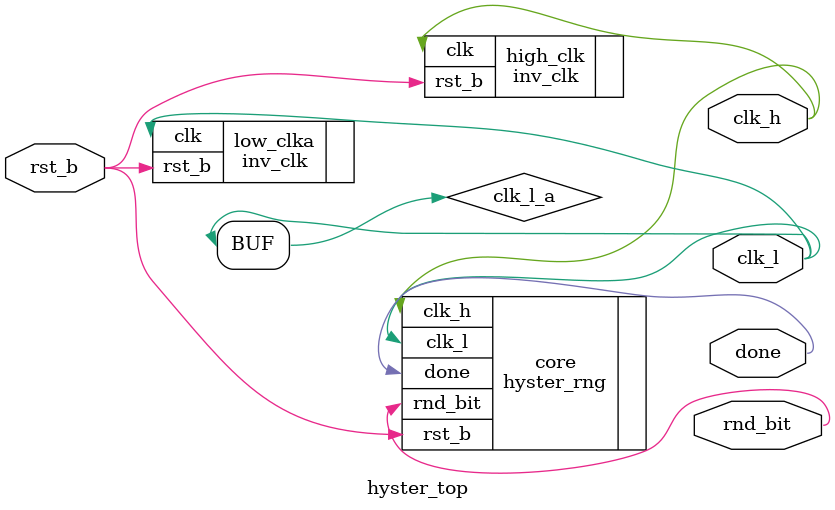
<source format=sv>
module hyster_top
    (input  logic rst_b,
     output logic clk_h,
	  output logic clk_l,
     output logic done, rnd_bit);

	  logic clk_l_a;//, clk_l_b;
	  
    inv_clk #(7) high_clk(.rst_b,
                         .clk(clk_h))/* synthesis keep */;

    inv_clk #(59) low_clka(.rst_b,
                          .clk(clk_l_a))/* synthesis keep */;
	 

	 assign clk_l = clk_l_a;
	
	 
    hyster_rng core(.clk_h,
                    .clk_l,
                    .rst_b,
                    .done,
                    .rnd_bit);


endmodule: hyster_top

</source>
